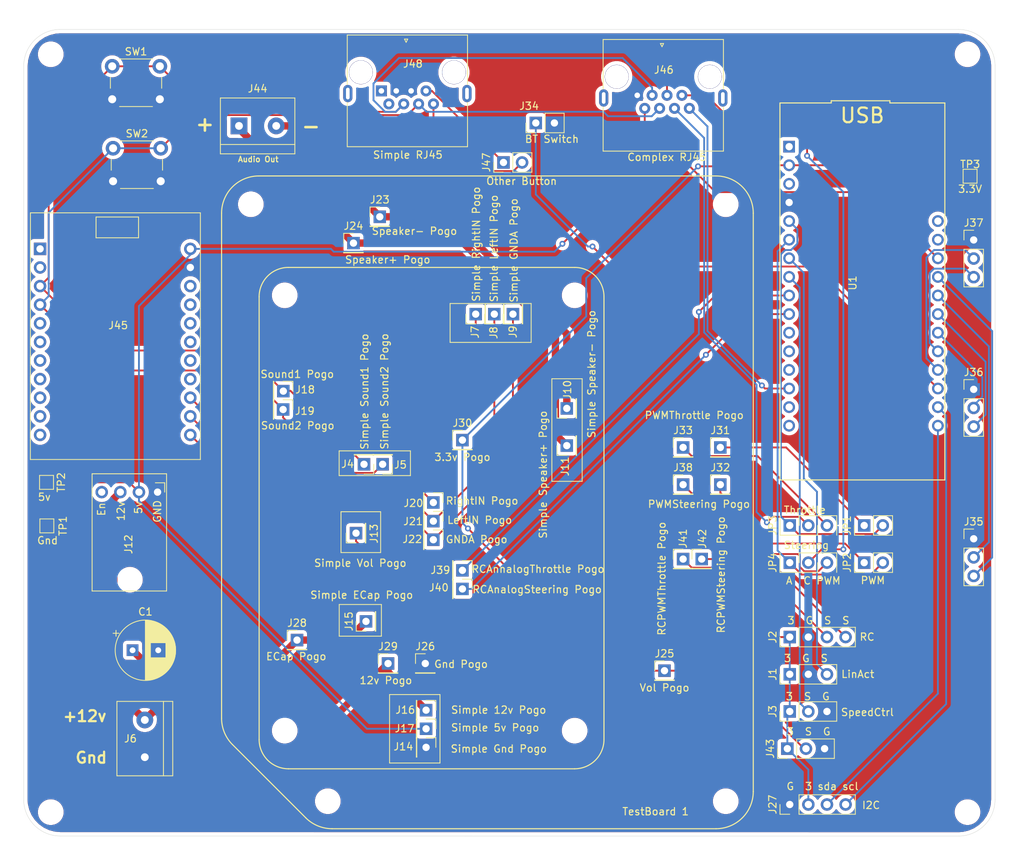
<source format=kicad_pcb>
(kicad_pcb (version 20171130) (host pcbnew "(5.1.6)-1")
  (layers (0 F.Cu signal) (31 B.Cu signal) (34 B.Paste user) (35 F.Paste user) (36 B.SilkS user) (37 F.SilkS user) (38 B.Mask user) (39 F.Mask user) (44 Edge.Cuts user))
  (net 0 "")
  (net 1 +5V)
  (net 2 GND)
  (net 3 +3V3)
  (net 4 "Net-(U1-Pad27)")
  (net 5 +12V)
  (net 6 LeftIN)
  (net 7 RightIN)
  (net 8 GNDA)
  (net 9 LinAct_Position)
  (net 10 SpeedCtrl)
  (net 11 I2C_SDA)
  (net 12 I2C_SCL)
  (net 13 Steering)
  (net 14 Throttle)
  (net 15 Sound2)
  (net 16 Sound1)
  (net 17 BT_Switch)
  (net 18 "Net-(U1-Pad13)")
  (net 19 "Net-(U1-Pad12)")
  (net 20 "Net-(U1-Pad11)")
  (net 21 "Net-(U1-Pad3)")
  (net 22 "Net-(U1-Pad1)")
  (net 23 "Net-(U1-Pad15)")
  (net 24 "Net-(U1-Pad28)")
  (net 25 RCPWMThrottle)
  (net 26 RCPWMSteering)
  (net 27 Left_DIR)
  (net 28 Left_PWM)
  (net 29 ActiveSW)
  (net 30 Right_DIR)
  (net 31 Right_PWM)
  (net 32 LinAct_PWM)
  (net 33 LinAct_DIR)
  (net 34 PWMThrottle)
  (net 35 PWMSteering)
  (net 36 RCAnalogSteering)
  (net 37 RCAnalogThrottle)
  (net 38 "Net-(U1-Pad16)")
  (net 39 ECap)
  (net 40 LTCSteering)
  (net 41 LTCThrottle)
  (net 42 VOL)
  (net 43 Speaker+)
  (net 44 Speaker-)
  (net 45 "Net-(J12-Pad4)")
  (net 46 "Net-(J45-Pad21)")
  (net 47 "Net-(J45-Pad19)")
  (net 48 "Net-(J45-Pad17)")
  (net 49 "Net-(J45-Pad16)")
  (net 50 "Net-(J45-Pad15)")
  (net 51 "Net-(J45-Pad14)")
  (net 52 "Net-(J45-Pad13)")
  (net 53 "Net-(J45-Pad12)")
  (net 54 "Net-(J45-Pad11)")
  (net 55 "Net-(J45-Pad10)")
  (net 56 "Net-(J45-Pad9)")
  (net 57 "Net-(J45-Pad8)")
  (net 58 "Net-(J45-Pad6)")
  (net 59 "Net-(J45-Pad3)")
  (net 60 "Net-(J45-Pad1)")
  (net 61 "Net-(J46-Pad6)")
  (net 62 "Net-(J46-Pad5)")
  (net 63 "Net-(J47-Pad1)")
  (net 64 "Net-(J47-Pad2)")
  (net 65 "Net-(J48-Pad1)")
  (net 66 "Net-(J48-Pad2)")
  (module Connector_PinHeader_2.54mm:PinHeader_1x01_P2.54mm_Vertical (layer F.Cu) (at 130.55 108.55 180)
    (fp_text reference J5 (at -2.43 -0.07 180) (layer F.SilkS))
    (fp_text value "Simple Sound2 Pogo" (at -0.26 9.95 270) (layer F.SilkS))
    (pad 1 thru_hole rect (at 0 0 180) (size 1.7 1.7) (drill 1) (layers *.Cu *.Mask) (net 15 Sound2))
  )
  (module Connector_PinHeader_2.54mm:PinHeader_1x01_P2.54mm_Vertical (layer F.Cu) (at 116.97 101.07 270)
    (fp_text reference J19 (at 0.21 -2.96 180) (layer F.SilkS))
    (fp_text value "Sound2 Pogo" (at 2.2 -1.99 180) (layer F.SilkS))
    (pad 1 thru_hole rect (at 0 0 270) (size 1.7 1.7) (drill 1) (layers *.Cu *.Mask) (net 15 Sound2))
  )
  (module Connector_PinHeader_2.54mm:PinHeader_1x01_P2.54mm_Vertical (layer F.Cu) (at 136.48 144.66 270)
    (fp_text reference J17 (at -0.04 2.94 180) (layer F.SilkS))
    (fp_text value "Simple 5v Pogo" (at -0.15 -9.42 180) (layer F.SilkS))
    (pad 1 thru_hole rect (at 0 0 270) (size 1.7 1.7) (drill 1) (layers *.Cu *.Mask) (net 1 +5V))
  )
  (module Connector_PinHeader_2.54mm:PinHeader_1x01_P2.54mm_Vertical (layer F.Cu) (at 126.57 78.35)
    (fp_text reference J24 (at 0 -2.33) (layer F.SilkS))
    (fp_text value "Speaker+ Pogo" (at 4.67 2.27) (layer F.SilkS))
    (pad 1 thru_hole rect (at 0 0) (size 1.7 1.7) (drill 1) (layers *.Cu *.Mask) (net 43 Speaker+))
  )
  (module Connector_PinHeader_2.54mm:PinHeader_1x01_P2.54mm_Vertical (layer F.Cu) (at 141.43794 125.56894 270)
    (fp_text reference J40 (at -0.17894 3.21794 180) (layer F.SilkS))
    (fp_text value "RCAnalogSteering Pogo" (at 0.07106 -10.19206 180) (layer F.SilkS))
    (pad 1 thru_hole rect (at 0 0 270) (size 1.7 1.7) (drill 1) (layers *.Cu *.Mask) (net 36 RCAnalogSteering))
  )
  (module Connector_PinHeader_2.54mm:PinHeader_1x01_P2.54mm_Vertical (layer F.Cu) (at 174.09 121.49)
    (fp_text reference J42 (at 0.09 -2.77 90) (layer F.SilkS))
    (fp_text value "RCPWMSteering Pogo" (at 2.64 2.15 90) (layer F.SilkS))
    (pad 1 thru_hole rect (at 0 0) (size 1.7 1.7) (drill 1) (layers *.Cu *.Mask) (net 26 RCPWMSteering))
  )
  (module Connector_PinHeader_2.54mm:PinHeader_1x01_P2.54mm_Vertical (layer F.Cu) (at 137.47 116.31 270)
    (fp_text reference J21 (at 0.04 2.76 180) (layer F.SilkS))
    (fp_text value "LeftIN Pogo" (at -0.14 -6.32 180) (layer F.SilkS))
    (pad 1 thru_hole rect (at 0 0 270) (size 1.7 1.7) (drill 1) (layers *.Cu *.Mask) (net 6 LeftIN))
  )
  (module Connector_PinHeader_2.54mm:PinHeader_1x01_P2.54mm_Vertical (layer F.Cu) (at 145.79 88.05 90)
    (fp_text reference J8 (at -2.54 -0.09 90) (layer F.SilkS))
    (fp_text value "Simple LeftIN Pogo" (at 8.96 -0.04 90) (layer F.SilkS))
    (pad 1 thru_hole rect (at 0 0 90) (size 1.7 1.7) (drill 1) (layers *.Cu *.Mask) (net 6 LeftIN))
  )
  (module MountingHole:MountingHole_2.5mm (layer F.Cu) (at 85.27 52.57)
    (fp_text reference REF** hide)
    (fp_text value MountingHole_2.5mm)
    (pad 1 np_thru_hole circle (at 0 0) (size 2.5 2.5) (drill 2.5) (layers *.Cu *.Mask))
  )
  (module MountingHole:MountingHole_2.5mm (layer F.Cu) (at 210.36 52.57)
    (fp_text reference REF** hide)
    (fp_text value MountingHole_2.5mm)
    (pad 1 np_thru_hole circle (at 0 0) (size 2.5 2.5) (drill 2.5) (layers *.Cu *.Mask))
  )
  (module MountingHole:MountingHole_2.5mm (layer F.Cu) (at 210.36 156.04)
    (fp_text reference REF** hide)
    (fp_text value MountingHole_2.5mm)
    (pad 1 np_thru_hole circle (at 0 0) (size 2.5 2.5) (drill 2.5) (layers *.Cu *.Mask))
  )
  (module MountingHole:MountingHole_2.5mm (layer F.Cu) (at 85.27 156.04)
    (fp_text reference REF** hide)
    (fp_text value MountingHole_2.5mm)
    (pad 1 np_thru_hole circle (at 0 0) (size 2.5 2.5) (drill 2.5) (layers *.Cu *.Mask))
  )
  (module Connector_PinHeader_2.54mm:PinHeader_1x01_P2.54mm_Vertical (layer F.Cu) (at 137.47 113.77 270)
    (fp_text reference J20 (at 0.09 2.72 180) (layer F.SilkS))
    (fp_text value "RightIN Pogo" (at -0.23 -6.65 180) (layer F.SilkS))
    (pad 1 thru_hole rect (at 0 0 270) (size 1.7 1.7) (drill 1) (layers *.Cu *.Mask) (net 7 RightIN))
  )
  (module Connector_PinHeader_2.54mm:PinHeader_1x01_P2.54mm_Vertical (layer F.Cu) (at 171.55 121.49)
    (fp_text reference J41 (at -0.01 -2.8 90) (layer F.SilkS))
    (fp_text value "RCPWMThrottle Pogo" (at -2.91 2.68 90) (layer F.SilkS))
    (pad 1 thru_hole rect (at 0 0) (size 1.7 1.7) (drill 1) (layers *.Cu *.Mask) (net 25 RCPWMThrottle))
  )
  (module Connector_PinHeader_2.54mm:PinHeader_1x01_P2.54mm_Vertical (layer F.Cu) (at 141.43794 123.02894 270)
    (fp_text reference J39 (at -0.02894 3.00794 180) (layer F.SilkS))
    (fp_text value "RCAnnalogThrottle Pogo" (at -0.16894 -10.31206 180) (layer F.SilkS))
    (pad 1 thru_hole rect (at 0 0 270) (size 1.7 1.7) (drill 1) (layers *.Cu *.Mask) (net 37 RCAnalogThrottle))
  )
  (module Connector_PinHeader_2.54mm:PinHeader_1x01_P2.54mm_Vertical (layer F.Cu) (at 171.55 111.33)
    (fp_text reference J38 (at 0 -2.33) (layer F.SilkS))
    (fp_text value "PWMSteering Pogo" (at 2.16 2.66) (layer F.SilkS))
    (pad 1 thru_hole rect (at 0 0) (size 1.7 1.7) (drill 1) (layers *.Cu *.Mask) (net 35 PWMSteering))
  )
  (module Connector_PinHeader_2.54mm:PinHeader_1x01_P2.54mm_Vertical (layer F.Cu) (at 171.55 106.25)
    (fp_text reference J33 (at 0 -2.33) (layer F.SilkS))
    (fp_text value "PWMThrottle Pogo" (at 1.52 -4.39) (layer F.SilkS))
    (pad 1 thru_hole rect (at 0 0) (size 1.7 1.7) (drill 1) (layers *.Cu *.Mask) (net 34 PWMThrottle))
  )
  (module Connector_PinHeader_2.54mm:PinHeader_1x01_P2.54mm_Vertical (layer F.Cu) (at 176.63 111.33)
    (fp_text reference J32 (at 0 -2.33) (layer F.SilkS))
    (fp_text value "LTCSteering Pogo")
    (pad 1 thru_hole rect (at 0 0) (size 1.7 1.7) (drill 1) (layers *.Cu *.Mask) (net 40 LTCSteering))
  )
  (module Connector_PinHeader_2.54mm:PinHeader_1x01_P2.54mm_Vertical (layer F.Cu) (at 176.63 106.25)
    (fp_text reference J31 (at 0 -2.33) (layer F.SilkS))
    (fp_text value "LTCThrottle Pogo")
    (pad 1 thru_hole rect (at 0 0) (size 1.7 1.7) (drill 1) (layers *.Cu *.Mask) (net 41 LTCThrottle))
  )
  (module Connector_PinHeader_2.54mm:PinHeader_1x01_P2.54mm_Vertical (layer F.Cu) (at 141.43794 105.24894)
    (fp_text reference J30 (at 0 -2.33) (layer F.SilkS))
    (fp_text value "3.3v Pogo" (at 0 2.33) (layer F.SilkS))
    (pad 1 thru_hole rect (at 0 0) (size 1.7 1.7) (drill 1) (layers *.Cu *.Mask) (net 3 +3V3))
  )
  (module Connector_PinHeader_2.54mm:PinHeader_1x01_P2.54mm_Vertical (layer F.Cu) (at 131.29 135.75)
    (fp_text reference J29 (at 0 -2.33) (layer F.SilkS))
    (fp_text value "12v Pogo" (at -0.3 2.31) (layer F.SilkS))
    (pad 1 thru_hole rect (at 0 0) (size 1.7 1.7) (drill 1) (layers *.Cu *.Mask) (net 5 +12V))
  )
  (module Connector_PinHeader_2.54mm:PinHeader_1x01_P2.54mm_Vertical (layer F.Cu) (at 118.87 132.55)
    (fp_text reference J28 (at 0 -2.33) (layer F.SilkS))
    (fp_text value "ECap Pogo" (at -0.11 2.24) (layer F.SilkS))
    (pad 1 thru_hole rect (at 0 0) (size 1.7 1.7) (drill 1) (layers *.Cu *.Mask) (net 39 ECap))
  )
  (module Connector_PinHeader_2.54mm:PinHeader_1x01_P2.54mm_Vertical (layer F.Cu) (at 136.37 135.75)
    (fp_text reference J26 (at 0 -2.33) (layer F.SilkS))
    (fp_text value "Gnd Pogo" (at 4.88 0.09) (layer F.SilkS))
    (pad 1 thru_hole rect (at 0 0) (size 1.7 1.7) (drill 1) (layers *.Cu *.Mask) (net 2 GND))
  )
  (module Connector_PinHeader_2.54mm:PinHeader_1x01_P2.54mm_Vertical (layer F.Cu) (at 169.01 136.73)
    (fp_text reference J25 (at 0 -2.33) (layer F.SilkS))
    (fp_text value "Vol Pogo" (at 0 2.33) (layer F.SilkS))
    (pad 1 thru_hole rect (at 0 0) (size 1.7 1.7) (drill 1) (layers *.Cu *.Mask) (net 42 VOL))
  )
  (module Connector_PinHeader_2.54mm:PinHeader_1x01_P2.54mm_Vertical (layer F.Cu) (at 130.162102 74.757898)
    (fp_text reference J23 (at 0 -2.33) (layer F.SilkS))
    (fp_text value "Speaker- Pogo" (at 4.727898 1.952102) (layer F.SilkS))
    (pad 1 thru_hole rect (at 0 0) (size 1.7 1.7) (drill 1) (layers *.Cu *.Mask) (net 44 Speaker-))
  )
  (module Connector_PinHeader_2.54mm:PinHeader_1x01_P2.54mm_Vertical (layer F.Cu) (at 137.47 118.85 270)
    (fp_text reference J22 (at -0.07 2.87 180) (layer F.SilkS))
    (fp_text value "GNDA Pogo" (at -0.04 -5.91 180) (layer F.SilkS))
    (pad 1 thru_hole rect (at 0 0 270) (size 1.7 1.7) (drill 1) (layers *.Cu *.Mask) (net 8 GNDA))
  )
  (module Connector_PinHeader_2.54mm:PinHeader_1x01_P2.54mm_Vertical (layer F.Cu) (at 116.97 98.56 270)
    (fp_text reference J18 (at -0.2 -3 180) (layer F.SilkS))
    (fp_text value "Sound1 Pogo" (at -2.31 -1.93 180) (layer F.SilkS))
    (pad 1 thru_hole rect (at 0 -0.03 270) (size 1.7 1.7) (drill 1) (layers *.Cu *.Mask) (net 16 Sound1))
  )
  (module Connector_PinHeader_2.54mm:PinHeader_1x01_P2.54mm_Vertical (layer F.Cu) (at 136.48 142.12 270)
    (fp_text reference J16 (at -0.03 2.84 180) (layer F.SilkS))
    (fp_text value "Simple 12v Pogo" (at -0.03 -9.9 180) (layer F.SilkS))
    (pad 1 thru_hole rect (at 0 0 270) (size 1.7 1.7) (drill 1) (layers *.Cu *.Mask) (net 5 +12V))
  )
  (module Connector_PinHeader_2.54mm:PinHeader_1x01_P2.54mm_Vertical (layer F.Cu) (at 128.28 130 90)
    (fp_text reference J15 (at 0 -2.33 90) (layer F.SilkS))
    (fp_text value "Simple ECap Pogo" (at 3.6 -0.59 180) (layer F.SilkS))
    (pad 1 thru_hole rect (at 0 0 90) (size 1.7 1.7) (drill 1) (layers *.Cu *.Mask) (net 39 ECap))
  )
  (module Connector_PinHeader_2.54mm:PinHeader_1x01_P2.54mm_Vertical (layer F.Cu) (at 136.48 147.2 270)
    (fp_text reference J14 (at -0.1 3.1 180) (layer F.SilkS))
    (fp_text value "Simple Gnd Pogo" (at 0.2 -9.92 180) (layer F.SilkS))
    (pad 1 thru_hole rect (at 0 0 270) (size 1.7 1.7) (drill 1) (layers *.Cu *.Mask) (net 2 GND))
  )
  (module Connector_PinHeader_2.54mm:PinHeader_1x01_P2.54mm_Vertical (layer F.Cu) (at 126.92 117.95 90)
    (fp_text reference J13 (at -0.07 2.45 90) (layer F.SilkS))
    (fp_text value "Simple Vol Pogo" (at -4.09 0.58 180) (layer F.SilkS))
    (pad 1 thru_hole rect (at 0 0 90) (size 1.7 1.7) (drill 1) (layers *.Cu *.Mask) (net 42 VOL))
  )
  (module Connector_PinHeader_2.54mm:PinHeader_1x01_P2.54mm_Vertical (layer F.Cu) (at 155.68 106 90)
    (fp_text reference J11 (at -2.84 -0.24 90) (layer F.SilkS))
    (fp_text value "Simple Speaker+ Pogo" (at -3.97 -3.23 90) (layer F.SilkS))
    (pad 1 thru_hole rect (at 0 0 90) (size 1.7 1.7) (drill 1) (layers *.Cu *.Mask) (net 43 Speaker+))
  )
  (module Connector_PinHeader_2.54mm:PinHeader_1x01_P2.54mm_Vertical (layer F.Cu) (at 155.68 100.92 90)
    (fp_text reference J10 (at 2.52 0.08 90) (layer F.SilkS))
    (fp_text value "Simple Speaker- Pogo" (at 4.68 3.39 270) (layer F.SilkS))
    (pad 1 thru_hole rect (at 0 0 90) (size 1.7 1.7) (drill 1) (layers *.Cu *.Mask) (net 44 Speaker-))
  )
  (module Connector_PinHeader_2.54mm:PinHeader_1x01_P2.54mm_Vertical (layer F.Cu) (at 148.33 88.05 90)
    (fp_text reference J9 (at -2.42 0 90) (layer F.SilkS))
    (fp_text value "Simple GNDA Pogo" (at 8.7 0.13 90) (layer F.SilkS))
    (pad 1 thru_hole rect (at 0 0 90) (size 1.7 1.7) (drill 1) (layers *.Cu *.Mask) (net 8 GNDA))
  )
  (module Connector_PinHeader_2.54mm:PinHeader_1x01_P2.54mm_Vertical (layer F.Cu) (at 143.25 88.05 90)
    (fp_text reference J7 (at -2.46 -0.09 90) (layer F.SilkS))
    (fp_text value "Simple RightIN Pogo" (at 9.55 0.08 90) (layer F.SilkS))
    (pad 1 thru_hole rect (at 0 0 90) (size 1.7 1.7) (drill 1) (layers *.Cu *.Mask) (net 7 RightIN))
  )
  (module Connector_PinHeader_2.54mm:PinHeader_1x01_P2.54mm_Vertical (layer F.Cu) (at 128.01 108.55 180)
    (fp_text reference J4 (at 2.24 0.03) (layer F.SilkS))
    (fp_text value "Simple Sound1 Pogo" (at -0.08 9.93 90) (layer F.SilkS))
    (pad 1 thru_hole rect (at 0 0 180) (size 1.7 1.7) (drill 1) (layers *.Cu *.Mask) (net 16 Sound1))
  )
  (module MountingHole:MountingHole_2.5mm (layer F.Cu) (at 123.07 154.55)
    (fp_text reference REF** hide)
    (fp_text value MountingHole_2.5mm)
    (pad 1 np_thru_hole circle (at 0 0) (size 2.5 2.5) (drill 2.5) (layers *.Cu *.Mask))
  )
  (module MountingHole:MountingHole_2.5mm (layer F.Cu) (at 112.57 73.05)
    (fp_text reference REF** hide)
    (fp_text value MountingHole_2.5mm)
    (pad 1 np_thru_hole circle (at 0 0) (size 2.5 2.5) (drill 2.5) (layers *.Cu *.Mask))
  )
  (module MountingHole:MountingHole_2.5mm (layer F.Cu) (at 177.37 154.55)
    (fp_text reference REF** hide)
    (fp_text value MountingHole_2.5mm)
    (pad 1 np_thru_hole circle (at 0 0) (size 2.5 2.5) (drill 2.5) (layers *.Cu *.Mask))
  )
  (module MountingHole:MountingHole_2.5mm (layer F.Cu) (at 177.37 73.05)
    (fp_text reference REF** hide)
    (fp_text value MountingHole_2.5mm)
    (pad 1 np_thru_hole circle (at 0 0) (size 2.5 2.5) (drill 2.5) (layers *.Cu *.Mask))
  )
  (module MountingHole:MountingHole_2.5mm (layer F.Cu) (at 117.192 85.48 90)
    (fp_text reference REF)
    (fp_text value MountingHole_2.5mm)
    (pad 1 np_thru_hole circle (at 0 0 90) (size 2.5 2.5) (drill 2.5) (layers *.Cu *.Mask))
  )
  (module MountingHole:MountingHole_2.5mm (layer F.Cu) (at 156.7525 144.916 90)
    (fp_text reference REF)
    (fp_text value MountingHole_2.5mm)
    (pad 1 np_thru_hole circle (at 0 0 90) (size 2.5 2.5) (drill 2.5) (layers *.Cu *.Mask))
  )
  (module MountingHole:MountingHole_2.5mm (layer F.Cu) (at 156.7525 85.48 90)
    (fp_text reference REF)
    (fp_text value MountingHole_2.5mm)
    (pad 1 np_thru_hole circle (at 0 0 90) (size 2.5 2.5) (drill 2.5) (layers *.Cu *.Mask))
  )
  (module MountingHole:MountingHole_2.5mm (layer F.Cu) (at 117.192 144.916 90)
    (fp_text reference REF)
    (fp_text value MountingHole_2.5mm)
    (pad 1 np_thru_hole circle (at 0 0 90) (size 2.5 2.5) (drill 2.5) (layers *.Cu *.Mask))
  )
  (module "Useful Modifications:TerminalBlock_bornier-2_P5.08mm" (layer F.Cu) (at 110.95 62.35)
    (fp_text reference J44 (at 2.54 -5.08) (layer F.SilkS))
    (fp_text value "Left Speaker")
    (pad 2 thru_hole circle (at 5.08 0) (size 2.286 2.286) (drill 1.0668) (layers *.Cu *.Mask) (net 44 Speaker-))
    (pad 1 thru_hole rect (at 0 0) (size 2.286 2.286) (drill 1.0668) (layers *.Cu *.Mask) (net 43 Speaker+))
  )
  (module Connector_PinHeader_2.54mm:PinHeader_1x03_P2.54mm_Vertical (layer F.Cu) (at 185.775 147.375 90)
    (fp_text reference J43 (at 0 -2.33 90) (layer F.SilkS))
    (fp_text value Volume)
    (pad 3 thru_hole oval (at 0 5.08 90) (size 1.7 1.7) (drill 1) (layers *.Cu *.Mask) (net 2 GND))
    (pad 2 thru_hole oval (at 0 2.54 90) (size 1.7 1.7) (drill 1) (layers *.Cu *.Mask) (net 42 VOL))
    (pad 1 thru_hole rect (at 0 0 90) (size 1.7 1.7) (drill 1) (layers *.Cu *.Mask) (net 3 +3V3))
  )
  (module Capacitor_THT:CP_Radial_D8.0mm_P3.50mm (layer F.Cu) (at 96.43 133.94)
    (fp_text reference C1 (at 1.75 -5.25) (layer F.SilkS))
    (fp_text value 470µF)
    (pad 2 thru_hole circle (at 3.5 0) (size 1.6 1.6) (drill 0.8) (layers *.Cu *.Mask) (net 2 GND))
    (pad 1 thru_hole rect (at 0 0) (size 1.6 1.6) (drill 0.8) (layers *.Cu *.Mask) (net 39 ECap))
  )
  (module "Useful Modifications:Feather_nRF52840" (layer F.Cu) (at 196.15 83.825 270)
    (fp_text reference U1 (at -0.03302 1.45542 90) (layer F.SilkS))
    (fp_text value Feather_nRF52840)
    (pad 14 thru_hole circle (at 14.37894 10.13206 270) (size 1.6 1.6) (drill 1) (layers *.Cu *.Mask) (net 29 ActiveSW))
    (pad 13 thru_hole circle (at 11.83894 10.13206 270) (size 1.6 1.6) (drill 1) (layers *.Cu *.Mask) (net 18 "Net-(U1-Pad13)"))
    (pad 12 thru_hole circle (at 9.29894 10.13206 270) (size 1.6 1.6) (drill 1) (layers *.Cu *.Mask) (net 19 "Net-(U1-Pad12)"))
    (pad 11 thru_hole circle (at 6.75894 10.13206 270) (size 1.6 1.6) (drill 1) (layers *.Cu *.Mask) (net 20 "Net-(U1-Pad11)"))
    (pad 10 thru_hole circle (at 4.21894 10.13206 270) (size 1.6 1.6) (drill 1) (layers *.Cu *.Mask) (net 36 RCAnalogSteering))
    (pad 9 thru_hole circle (at 1.67894 10.13206 270) (size 1.6 1.6) (drill 1) (layers *.Cu *.Mask) (net 37 RCAnalogThrottle))
    (pad 8 thru_hole circle (at -0.86106 10.13206 270) (size 1.6 1.6) (drill 1) (layers *.Cu *.Mask) (net 10 SpeedCtrl))
    (pad 7 thru_hole circle (at -3.40106 10.13206 270) (size 1.6 1.6) (drill 1) (layers *.Cu *.Mask) (net 9 LinAct_Position))
    (pad 6 thru_hole circle (at -5.94106 10.13206 270) (size 1.6 1.6) (drill 1) (layers *.Cu *.Mask) (net 13 Steering))
    (pad 5 thru_hole circle (at -8.48106 10.13206 270) (size 1.6 1.6) (drill 1) (layers *.Cu *.Mask) (net 14 Throttle))
    (pad 4 thru_hole circle (at -11.02106 10.13206 270) (size 1.6 1.6) (drill 1) (layers *.Cu *.Mask) (net 2 GND))
    (pad 3 thru_hole circle (at -13.56106 10.13206 270) (size 1.6 1.6) (drill 1) (layers *.Cu *.Mask) (net 21 "Net-(U1-Pad3)"))
    (pad 2 thru_hole circle (at -16.10106 10.13206 270) (size 1.6 1.6) (drill 1) (layers *.Cu *.Mask) (net 3 +3V3))
    (pad 1 thru_hole rect (at -18.64106 10.13206 270) (size 1.6 1.6) (drill 1) (layers *.Cu *.Mask) (net 22 "Net-(U1-Pad1)"))
    (pad 17 thru_hole circle (at 19.45894 -10.16794 270) (size 1.6 1.6) (drill 1) (layers *.Cu *.Mask) (net 11 I2C_SDA))
    (pad 18 thru_hole circle (at 16.91894 -10.16794 270) (size 1.6 1.6) (drill 1) (layers *.Cu *.Mask) (net 12 I2C_SCL))
    (pad 19 thru_hole circle (at 14.37894 -10.16794 270) (size 1.6 1.6) (drill 1) (layers *.Cu *.Mask) (net 17 BT_Switch))
    (pad 20 thru_hole circle (at 11.83894 -10.16794 270) (size 1.6 1.6) (drill 1) (layers *.Cu *.Mask) (net 33 LinAct_DIR))
    (pad 21 thru_hole circle (at 9.29894 -10.16794 270) (size 1.6 1.6) (drill 1) (layers *.Cu *.Mask) (net 32 LinAct_PWM))
    (pad 22 thru_hole circle (at 6.75894 -10.16794 270) (size 1.6 1.6) (drill 1) (layers *.Cu *.Mask) (net 30 Right_DIR))
    (pad 23 thru_hole circle (at 4.21894 -10.16794 270) (size 1.6 1.6) (drill 1) (layers *.Cu *.Mask) (net 31 Right_PWM))
    (pad 24 thru_hole circle (at 1.67894 -10.16794 270) (size 1.6 1.6) (drill 1) (layers *.Cu *.Mask) (net 27 Left_DIR))
    (pad 25 thru_hole circle (at -0.86106 -10.16794 270) (size 1.6 1.6) (drill 1) (layers *.Cu *.Mask) (net 28 Left_PWM))
    (pad 26 thru_hole circle (at -3.40106 -10.16794 270) (size 1.6 1.6) (drill 1) (layers *.Cu *.Mask) (net 1 +5V))
    (pad 27 thru_hole circle (at -5.94106 -10.16794 270) (size 1.6 1.6) (drill 1) (layers *.Cu *.Mask) (net 4 "Net-(U1-Pad27)"))
    (pad 28 thru_hole circle (at -8.48106 -10.16794 270) (size 1.6 1.6) (drill 1) (layers *.Cu *.Mask) (net 24 "Net-(U1-Pad28)"))
    (pad 15 thru_hole circle (at 16.91894 10.13206 270) (size 1.6 1.6) (drill 1) (layers *.Cu *.Mask) (net 23 "Net-(U1-Pad15)"))
    (pad 16 thru_hole circle (at 19.45894 10.13206 270) (size 1.6 1.6) (drill 1) (layers *.Cu *.Mask) (net 38 "Net-(U1-Pad16)"))
  )
  (module "Useful Modifications:AdaFruit_MPM3610" (layer F.Cu) (at 99.84 112.35 270)
    (fp_text reference J12 (at 7.1247 3.9624 270) (layer F.SilkS))
    (fp_text value "Power Input")
    (fp_text user En (at 2.3368 7.6581 90) (layer F.SilkS))
    (fp_text user 12v (at 2.59334 4.99364 90) (layer F.SilkS))
    (fp_text user 5v (at 2.1209 2.60604 90) (layer F.SilkS))
    (fp_text user GND (at 2.63398 0.02286 90) (layer F.SilkS))
    (pad "" np_thru_hole oval (at 11.959 3.7719 15) (size 2.5 2.5) (drill oval 2.5) (layers *.Cu *.Mask))
    (pad 1 thru_hole rect (at 0 0 270) (size 1.7 1.7) (drill 1) (layers *.Cu *.Mask) (net 2 GND))
    (pad 2 thru_hole oval (at 0 2.54 270) (size 1.7 1.7) (drill 1) (layers *.Cu *.Mask) (net 1 +5V))
    (pad 3 thru_hole oval (at 0 5.08 270) (size 1.7 1.7) (drill 1) (layers *.Cu *.Mask) (net 5 +12V))
    (pad 4 thru_hole oval (at 0 7.62 270) (size 1.7 1.7) (drill 1) (layers *.Cu *.Mask) (net 45 "Net-(J12-Pad4)"))
  )
  (module Connector_PinHeader_2.54mm:PinHeader_1x03_P2.54mm_Vertical (layer F.Cu) (at 186.1 116.9 90)
    (fp_text reference JP3 (at 0 -2.33 90) (layer F.SilkS))
    (fp_text value "Throttle Jumper")
    (pad 3 thru_hole oval (at 0 5.08 90) (size 1.7 1.7) (drill 1) (layers *.Cu *.Mask) (net 34 PWMThrottle))
    (pad 2 thru_hole oval (at 0 2.54 90) (size 1.7 1.7) (drill 1) (layers *.Cu *.Mask) (net 61 "Net-(J46-Pad6)"))
    (pad 1 thru_hole rect (at 0 0 90) (size 1.7 1.7) (drill 1) (layers *.Cu *.Mask) (net 14 Throttle))
  )
  (module Connector_PinHeader_2.54mm:PinHeader_1x03_P2.54mm_Vertical (layer F.Cu) (at 186.1 121.98 90)
    (fp_text reference JP4 (at 0 -2.33 90) (layer F.SilkS))
    (fp_text value "Steering Jumper")
    (pad 1 thru_hole rect (at 0 0 90) (size 1.7 1.7) (drill 1) (layers *.Cu *.Mask) (net 13 Steering))
    (pad 2 thru_hole oval (at 0 2.54 90) (size 1.7 1.7) (drill 1) (layers *.Cu *.Mask) (net 62 "Net-(J46-Pad5)"))
    (pad 3 thru_hole oval (at 0 5.08 90) (size 1.7 1.7) (drill 1) (layers *.Cu *.Mask) (net 35 PWMSteering))
  )
  (module "Useful Modifications:RJ45_x08_Tab_Up" (layer F.Cu) (at 169.075 54.575 180)
    (fp_text reference J46 (at 0.1524 -0.13208) (layer F.SilkS))
    (fp_text value "Complex RJ45" (at -0.265 -12.045) (layer F.SilkS))
    (pad "" np_thru_hole circle (at -6.11832 -1.05918) (size 3.25 3.25) (drill 3.2) (layers *.Cu *.Mask))
    (pad "" np_thru_hole circle (at 6.58168 -1.05918) (size 3.25 3.25) (drill 3.200001) (layers *.Cu *.Mask))
    (pad 8 thru_hole circle (at -3.32902 -5.37918 180) (size 1.5 1.5) (drill 0.76) (layers *.Cu *.Mask) (net 29 ActiveSW))
    (pad 7 thru_hole circle (at -2.30902 -3.59918 180) (size 1.5 1.5) (drill 0.76) (layers *.Cu *.Mask) (net 3 +3V3))
    (pad 6 thru_hole circle (at -1.29902 -5.37918 180) (size 1.5 1.5) (drill 0.76) (layers *.Cu *.Mask) (net 61 "Net-(J46-Pad6)"))
    (pad 5 thru_hole circle (at -0.27902 -3.59918 180) (size 1.5 1.5) (drill 0.76) (layers *.Cu *.Mask) (net 62 "Net-(J46-Pad5)"))
    (pad 4 thru_hole circle (at 0.73098 -5.37918 180) (size 1.5 1.5) (drill 0.76) (layers *.Cu *.Mask) (net 15 Sound2))
    (pad 3 thru_hole circle (at 1.75098 -3.59918 180) (size 1.5 1.5) (drill 0.76) (layers *.Cu *.Mask) (net 16 Sound1))
    (pad 2 thru_hole circle (at 2.76098 -5.37918 180) (size 1.5 1.5) (drill 0.76) (layers *.Cu *.Mask) (net 1 +5V))
    (pad 1 thru_hole rect (at 3.78098 -3.59918 180) (size 1.5 1.5) (drill 0.76) (layers *.Cu *.Mask) (net 2 GND))
    (pad 9 thru_hole oval (at -7.89832 -3.96113) (size 1.259 2.362) (drill oval 0.5 1.6) (layers *.Cu *.Mask))
    (pad 10 thru_hole oval (at 8.36168 -3.96113) (size 1.259 2.362) (drill oval 0.5 1.6) (layers *.Cu *.Mask))
  )
  (module "Useful Modifications:FXSound_2x11_P2.54mm_Short" (layer F.Cu) (at 83.81 79.14)
    (fp_text reference J45 (at 10.6553 10.4521) (layer F.SilkS))
    (fp_text value 22Pin_FXSound)
    (pad 1 thru_hole rect (at 0 0) (size 1.7 1.7) (drill 1) (layers *.Cu *.Mask) (net 60 "Net-(J45-Pad1)"))
    (pad 2 thru_hole oval (at 20.5 0) (size 1.7 1.7) (drill 1) (layers *.Cu *.Mask) (net 1 +5V))
    (pad 3 thru_hole oval (at 0 2.54) (size 1.7 1.7) (drill 1) (layers *.Cu *.Mask) (net 59 "Net-(J45-Pad3)"))
    (pad 4 thru_hole oval (at 20.5 2.54) (size 1.7 1.7) (drill 1) (layers *.Cu *.Mask) (net 2 GND))
    (pad 5 thru_hole oval (at 0 5.08) (size 1.7 1.7) (drill 1) (layers *.Cu *.Mask) (net 16 Sound1))
    (pad 6 thru_hole oval (at 20.5 5.08) (size 1.7 1.7) (drill 1) (layers *.Cu *.Mask) (net 58 "Net-(J45-Pad6)"))
    (pad 7 thru_hole oval (at 0 7.62) (size 1.7 1.7) (drill 1) (layers *.Cu *.Mask) (net 15 Sound2))
    (pad 8 thru_hole oval (at 20.5 7.62) (size 1.7 1.7) (drill 1) (layers *.Cu *.Mask) (net 57 "Net-(J45-Pad8)"))
    (pad 9 thru_hole oval (at 0 10.16) (size 1.7 1.7) (drill 1) (layers *.Cu *.Mask) (net 56 "Net-(J45-Pad9)"))
    (pad 10 thru_hole oval (at 20.5 10.16) (size 1.7 1.7) (drill 1) (layers *.Cu *.Mask) (net 55 "Net-(J45-Pad10)"))
    (pad 11 thru_hole oval (at 0 12.7) (size 1.7 1.7) (drill 1) (layers *.Cu *.Mask) (net 54 "Net-(J45-Pad11)"))
    (pad 12 thru_hole oval (at 20.5 12.7) (size 1.7 1.7) (drill 1) (layers *.Cu *.Mask) (net 53 "Net-(J45-Pad12)"))
    (pad 13 thru_hole oval (at 0 15.24) (size 1.7 1.7) (drill 1) (layers *.Cu *.Mask) (net 52 "Net-(J45-Pad13)"))
    (pad 14 thru_hole oval (at 20.5 15.24) (size 1.7 1.7) (drill 1) (layers *.Cu *.Mask) (net 51 "Net-(J45-Pad14)"))
    (pad 15 thru_hole oval (at 0 17.78) (size 1.7 1.7) (drill 1) (layers *.Cu *.Mask) (net 50 "Net-(J45-Pad15)"))
    (pad 16 thru_hole oval (at 20.5 17.78) (size 1.7 1.7) (drill 1) (layers *.Cu *.Mask) (net 49 "Net-(J45-Pad16)"))
    (pad 17 thru_hole oval (at 0 20.32) (size 1.7 1.7) (drill 1) (layers *.Cu *.Mask) (net 48 "Net-(J45-Pad17)"))
    (pad 18 thru_hole oval (at 20.5 20.32) (size 1.7 1.7) (drill 1) (layers *.Cu *.Mask) (net 7 RightIN))
    (pad 19 thru_hole oval (at 0 22.86) (size 1.7 1.7) (drill 1) (layers *.Cu *.Mask) (net 47 "Net-(J45-Pad19)"))
    (pad 20 thru_hole oval (at 20.5 22.86) (size 1.7 1.7) (drill 1) (layers *.Cu *.Mask) (net 6 LeftIN))
    (pad 21 thru_hole oval (at 0 25.4) (size 1.7 1.7) (drill 1) (layers *.Cu *.Mask) (net 46 "Net-(J45-Pad21)"))
    (pad 22 thru_hole oval (at 20.5 25.4) (size 1.7 1.7) (drill 1) (layers *.Cu *.Mask) (net 8 GNDA))
  )
  (module Connector_PinHeader_2.54mm:PinHeader_1x04_P2.54mm_Vertical (layer F.Cu) (at 186.1 155 90)
    (fp_text reference J27 (at 0 -2.33 90) (layer F.SilkS))
    (fp_text value I2C (at -0.1 11.1 180) (layer F.SilkS))
    (pad 4 thru_hole oval (at 0 7.62 90) (size 1.7 1.7) (drill 1) (layers *.Cu *.Mask) (net 12 I2C_SCL))
    (pad 3 thru_hole oval (at 0 5.08 90) (size 1.7 1.7) (drill 1) (layers *.Cu *.Mask) (net 11 I2C_SDA))
    (pad 2 thru_hole oval (at 0 2.54 90) (size 1.7 1.7) (drill 1) (layers *.Cu *.Mask) (net 3 +3V3))
    (pad 1 thru_hole rect (at 0 0 90) (size 1.7 1.7) (drill 1) (layers *.Cu *.Mask) (net 2 GND))
  )
  (module Connector_PinHeader_2.54mm:PinHeader_1x02_P2.54mm_Vertical (layer F.Cu) (at 151.45 61.95 90)
    (fp_text reference J34 (at 2.3114 -0.9144 180) (layer F.SilkS))
    (fp_text value "BT Switch" (at -2.2 2.2 180) (layer F.SilkS))
    (pad 1 thru_hole rect (at 0 0 90) (size 1.7 1.7) (drill 1) (layers *.Cu *.Mask) (net 17 BT_Switch))
    (pad 2 thru_hole oval (at 0 2.54 90) (size 1.7 1.7) (drill 1) (layers *.Cu *.Mask) (net 2 GND))
  )
  (module "Useful Modifications:TerminalBlock_bornier-2_P5.08mm" (layer F.Cu) (at 98.1 148.54 90)
    (fp_text reference J6 (at 2.5273 -1.9558 180) (layer F.SilkS))
    (fp_text value "Main Power")
    (pad 1 thru_hole rect (at 0 0 90) (size 2.286 2.286) (drill 1.0668) (layers *.Cu *.Mask) (net 2 GND))
    (pad 2 thru_hole circle (at 5.08 0 90) (size 2.286 2.286) (drill 1.0668) (layers *.Cu *.Mask) (net 5 +12V))
  )
  (module TestPoint:TestPoint_Pad_1.5x1.5mm (layer F.Cu) (at 84.73 116.96 90)
    (fp_text reference TP1 (at 0 2.2 90) (layer F.SilkS))
    (fp_text value Gnd (at -2 0.1) (layer F.SilkS))
    (pad 1 smd rect (at 0 0 90) (size 1.5 1.5) (layers F.Cu F.Mask) (net 2 GND))
  )
  (module Connector_PinHeader_2.54mm:PinHeader_1x04_P2.54mm_Vertical (layer F.Cu) (at 186.1 132.14 90)
    (fp_text reference J2 (at 0 -2.33 90) (layer F.SilkS))
    (fp_text value RC (at 0.015 10.557 180) (layer F.SilkS))
    (pad 1 thru_hole rect (at 0 0 90) (size 1.7 1.7) (drill 1) (layers *.Cu *.Mask) (net 3 +3V3))
    (pad 2 thru_hole oval (at 0 2.54 90) (size 1.7 1.7) (drill 1) (layers *.Cu *.Mask) (net 2 GND))
    (pad 3 thru_hole oval (at 0 5.08 90) (size 1.7 1.7) (drill 1) (layers *.Cu *.Mask) (net 25 RCPWMThrottle))
    (pad 4 thru_hole oval (at 0 7.62 90) (size 1.7 1.7) (drill 1) (layers *.Cu *.Mask) (net 26 RCPWMSteering))
  )
  (module Connector_PinHeader_2.54mm:PinHeader_1x03_P2.54mm_Vertical (layer F.Cu) (at 186.1 137.22 90)
    (fp_text reference J1 (at 0 -2.33 90) (layer F.SilkS))
    (fp_text value LinAct (at 0.015 9.287 180) (layer F.SilkS))
    (pad 1 thru_hole rect (at 0 0 90) (size 1.7 1.7) (drill 1) (layers *.Cu *.Mask) (net 3 +3V3))
    (pad 2 thru_hole oval (at 0 2.54 90) (size 1.7 1.7) (drill 1) (layers *.Cu *.Mask) (net 2 GND))
    (pad 3 thru_hole oval (at 0 5.08 90) (size 1.7 1.7) (drill 1) (layers *.Cu *.Mask) (net 9 LinAct_Position))
  )
  (module Connector_PinHeader_2.54mm:PinHeader_1x03_P2.54mm_Vertical (layer F.Cu) (at 186.1 142.3 90)
    (fp_text reference J3 (at 0 -2.33 90) (layer F.SilkS))
    (fp_text value SpeedCtrl (at -0.112 10.6 180) (layer F.SilkS))
    (pad 3 thru_hole oval (at 0 5.08 90) (size 1.7 1.7) (drill 1) (layers *.Cu *.Mask) (net 2 GND))
    (pad 2 thru_hole oval (at 0 2.54 90) (size 1.7 1.7) (drill 1) (layers *.Cu *.Mask) (net 10 SpeedCtrl))
    (pad 1 thru_hole rect (at 0 0 90) (size 1.7 1.7) (drill 1) (layers *.Cu *.Mask) (net 3 +3V3))
  )
  (module Connector_PinHeader_2.54mm:PinHeader_1x03_P2.54mm_Vertical (layer F.Cu) (at 211.2 118.72)
    (fp_text reference J35 (at 0 -2.33) (layer F.SilkS))
    (fp_text value Left_M1)
    (pad 1 thru_hole rect (at 0 0) (size 1.7 1.7) (drill 1) (layers *.Cu *.Mask) (net 2 GND))
    (pad 2 thru_hole oval (at 0 2.54) (size 1.7 1.7) (drill 1) (layers *.Cu *.Mask) (net 27 Left_DIR))
    (pad 3 thru_hole oval (at 0 5.08) (size 1.7 1.7) (drill 1) (layers *.Cu *.Mask) (net 28 Left_PWM))
  )
  (module Connector_PinHeader_2.54mm:PinHeader_1x03_P2.54mm_Vertical (layer F.Cu) (at 211.2 98.32)
    (fp_text reference J36 (at 0 -2.33) (layer F.SilkS))
    (fp_text value Right_M2)
    (pad 1 thru_hole rect (at 0 0) (size 1.7 1.7) (drill 1) (layers *.Cu *.Mask) (net 2 GND))
    (pad 2 thru_hole oval (at 0 2.54) (size 1.7 1.7) (drill 1) (layers *.Cu *.Mask) (net 30 Right_DIR))
    (pad 3 thru_hole oval (at 0 5.08) (size 1.7 1.7) (drill 1) (layers *.Cu *.Mask) (net 31 Right_PWM))
  )
  (module Connector_PinHeader_2.54mm:PinHeader_1x03_P2.54mm_Vertical (layer F.Cu) (at 211.2 77.92)
    (fp_text reference J37 (at 0 -2.33) (layer F.SilkS))
    (fp_text value LinAct_M3)
    (pad 3 thru_hole oval (at 0 5.08) (size 1.7 1.7) (drill 1) (layers *.Cu *.Mask) (net 32 LinAct_PWM))
    (pad 2 thru_hole oval (at 0 2.54) (size 1.7 1.7) (drill 1) (layers *.Cu *.Mask) (net 33 LinAct_DIR))
    (pad 1 thru_hole rect (at 0 0) (size 1.7 1.7) (drill 1) (layers *.Cu *.Mask) (net 2 GND))
  )
  (module TestPoint:TestPoint_Pad_1.5x1.5mm (layer F.Cu) (at 210.71 69.22)
    (fp_text reference TP3 (at 0.01 -1.63) (layer F.SilkS))
    (fp_text value 3.3V (at 0 1.75) (layer F.SilkS))
    (pad 1 smd rect (at 0 0) (size 1.5 1.5) (layers F.Cu F.Mask) (net 3 +3V3))
  )
  (module Connector_PinHeader_2.54mm:PinHeader_1x02_P2.54mm_Vertical (layer F.Cu) (at 196.26 116.9 90)
    (fp_text reference JP1 (at 0 -2.33 90) (layer F.SilkS))
    (fp_text value "LTC Throttle Jumper")
    (pad 2 thru_hole oval (at 0 2.54 90) (size 1.7 1.7) (drill 1) (layers *.Cu *.Mask) (net 14 Throttle))
    (pad 1 thru_hole rect (at 0 0 90) (size 1.7 1.7) (drill 1) (layers *.Cu *.Mask) (net 41 LTCThrottle))
  )
  (module Connector_PinHeader_2.54mm:PinHeader_1x02_P2.54mm_Vertical (layer F.Cu) (at 196.26 121.98 90)
    (fp_text reference JP2 (at 0 -2.33 90) (layer F.SilkS))
    (fp_text value "LTC Steering Jumper")
    (pad 1 thru_hole rect (at 0 0 90) (size 1.7 1.7) (drill 1) (layers *.Cu *.Mask) (net 40 LTCSteering))
    (pad 2 thru_hole oval (at 0 2.54 90) (size 1.7 1.7) (drill 1) (layers *.Cu *.Mask) (net 13 Steering))
  )
  (module TestPoint:TestPoint_Pad_1.5x1.5mm (layer F.Cu) (at 84.69 111.02 270)
    (fp_text reference TP2 (at 0 -2 90) (layer F.SilkS))
    (fp_text value 5v (at 2 0.3 180) (layer F.SilkS))
    (pad 1 smd rect (at 0 0 270) (size 1.5 1.5) (layers F.Cu F.Mask) (net 1 +5V))
  )
  (module Connector_PinHeader_2.54mm:PinHeader_1x02_P2.54mm_Vertical (layer F.Cu) (at 147.04 67.34 90)
    (fp_text reference J47 (at 0 -2.33 90) (layer F.SilkS))
    (fp_text value "Other Button" (at -2.55 2.48 180) (layer F.SilkS))
    (pad 1 thru_hole rect (at 0 0 90) (size 1.7 1.7) (drill 1) (layers *.Cu *.Mask) (net 63 "Net-(J47-Pad1)"))
    (pad 2 thru_hole oval (at 0 2.54 90) (size 1.7 1.7) (drill 1) (layers *.Cu *.Mask) (net 64 "Net-(J47-Pad2)"))
  )
  (module "Useful Modifications:RJ45_x08_Tab_Up" (layer F.Cu) (at 134.16 53.97 180)
    (fp_text reference J48 (at -0.52 0.09) (layer F.SilkS))
    (fp_text value "Simple RJ45" (at 0.17 -12.34) (layer F.SilkS))
    (pad 10 thru_hole oval (at 8.36168 -3.96113) (size 1.259 2.362) (drill oval 0.5 1.6) (layers *.Cu *.Mask))
    (pad 9 thru_hole oval (at -7.89832 -3.96113) (size 1.259 2.362) (drill oval 0.5 1.6) (layers *.Cu *.Mask))
    (pad 1 thru_hole rect (at 3.78098 -3.59918 180) (size 1.5 1.5) (drill 0.76) (layers *.Cu *.Mask) (net 65 "Net-(J48-Pad1)"))
    (pad 2 thru_hole circle (at 2.76098 -5.37918 180) (size 1.5 1.5) (drill 0.76) (layers *.Cu *.Mask) (net 66 "Net-(J48-Pad2)"))
    (pad 3 thru_hole circle (at 1.75098 -3.59918 180) (size 1.5 1.5) (drill 0.76) (layers *.Cu *.Mask) (net 2 GND))
    (pad 4 thru_hole circle (at 0.73098 -5.37918 180) (size 1.5 1.5) (drill 0.76) (layers *.Cu *.Mask) (net 16 Sound1))
    (pad 5 thru_hole circle (at -0.27902 -3.59918 180) (size 1.5 1.5) (drill 0.76) (layers *.Cu *.Mask) (net 2 GND))
    (pad 6 thru_hole circle (at -1.29902 -5.37918 180) (size 1.5 1.5) (drill 0.76) (layers *.Cu *.Mask) (net 15 Sound2))
    (pad 7 thru_hole circle (at -2.30902 -3.59918 180) (size 1.5 1.5) (drill 0.76) (layers *.Cu *.Mask) (net 63 "Net-(J47-Pad1)"))
    (pad 8 thru_hole circle (at -3.32902 -5.37918 180) (size 1.5 1.5) (drill 0.76) (layers *.Cu *.Mask) (net 64 "Net-(J47-Pad2)"))
    (pad "" np_thru_hole circle (at 6.58168 -1.05918) (size 3.25 3.25) (drill 3.200001) (layers *.Cu *.Mask))
    (pad "" np_thru_hole circle (at -6.11832 -1.05918) (size 3.25 3.25) (drill 3.2) (layers *.Cu *.Mask))
  )
  (module Button_Switch_THT:SW_PUSH_6mm (layer F.Cu) (at 93.65 54.21)
    (fp_text reference SW1 (at 3.25 -2) (layer F.SilkS))
    (fp_text value SW_SPST)
    (pad 2 thru_hole circle (at 0 4.5 90) (size 2 2) (drill 1.1) (layers *.Cu *.Mask) (net 2 GND))
    (pad 1 thru_hole circle (at 0 0 90) (size 2 2) (drill 1.1) (layers *.Cu *.Mask) (net 16 Sound1))
    (pad 2 thru_hole circle (at 6.5 4.5 90) (size 2 2) (drill 1.1) (layers *.Cu *.Mask) (net 2 GND))
    (pad 1 thru_hole circle (at 6.5 0 90) (size 2 2) (drill 1.1) (layers *.Cu *.Mask) (net 16 Sound1))
  )
  (module Button_Switch_THT:SW_PUSH_6mm (layer F.Cu) (at 93.77 65.4)
    (fp_text reference SW2 (at 3.25 -2) (layer F.SilkS))
    (fp_text value SW_SPST)
    (pad 1 thru_hole circle (at 6.5 0 90) (size 2 2) (drill 1.1) (layers *.Cu *.Mask) (net 15 Sound2))
    (pad 2 thru_hole circle (at 6.5 4.5 90) (size 2 2) (drill 1.1) (layers *.Cu *.Mask) (net 2 GND))
    (pad 1 thru_hole circle (at 0 0 90) (size 2 2) (drill 1.1) (layers *.Cu *.Mask) (net 15 Sound2))
    (pad 2 thru_hole circle (at 0 4.5 90) (size 2 2) (drill 1.1) (layers *.Cu *.Mask) (net 2 GND))
  )
  (gr_line (start 153.64 110.88) (end 153.64 96.87) (layer F.SilkS) (width 0.12))
  (gr_line (start 157.78 110.88) (end 153.64 110.88) (layer F.SilkS) (width 0.12))
  (gr_line (start 157.78 96.87) (end 157.78 110.88) (layer F.SilkS) (width 0.12))
  (gr_line (start 153.64 96.87) (end 157.78 96.87) (layer F.SilkS) (width 0.12))
  (gr_line (start 138.38 139.99) (end 131.5 139.99) (layer F.SilkS) (width 0.12))
  (gr_line (start 138.38 149.33) (end 138.38 139.99) (layer F.SilkS) (width 0.12))
  (gr_line (start 131.5 149.33) (end 138.38 149.33) (layer F.SilkS) (width 0.12))
  (gr_line (start 131.5 139.99) (end 131.5 149.33) (layer F.SilkS) (width 0.12))
  (gr_line (start 124.63 132.02) (end 124.63 127.69) (layer F.SilkS) (width 0.12))
  (gr_line (start 130.38 132.02) (end 124.63 132.02) (layer F.SilkS) (width 0.12))
  (gr_line (start 130.38 127.69) (end 130.38 132.02) (layer F.SilkS) (width 0.12))
  (gr_line (start 124.63 127.69) (end 130.38 127.69) (layer F.SilkS) (width 0.12))
  (gr_line (start 124.87 120.6) (end 124.87 115.03) (layer F.SilkS) (width 0.12))
  (gr_line (start 130.28 120.6) (end 124.87 120.6) (layer F.SilkS) (width 0.12))
  (gr_line (start 130.28 115.03) (end 130.28 120.6) (layer F.SilkS) (width 0.12))
  (gr_line (start 124.87 115.03) (end 130.28 115.03) (layer F.SilkS) (width 0.12))
  (gr_line (start 124.62 110.09) (end 124.62 106.72) (layer F.SilkS) (width 0.12))
  (gr_line (start 134.34 110.09) (end 124.62 110.09) (layer F.SilkS) (width 0.12))
  (gr_line (start 134.34 106.72) (end 134.34 110.09) (layer F.SilkS) (width 0.12))
  (gr_line (start 124.62 106.72) (end 134.34 106.72) (layer F.SilkS) (width 0.12))
  (gr_line (start 150.82 86.6) (end 139.76 86.6) (layer F.SilkS) (width 0.12))
  (gr_line (start 150.82 91.91) (end 150.82 86.6) (layer F.SilkS) (width 0.12))
  (gr_line (start 139.76 91.91) (end 150.82 91.91) (layer F.SilkS) (width 0.12))
  (gr_line (start 139.76 86.6) (end 139.76 91.91) (layer F.SilkS) (width 0.12))
  (gr_arc (start 209.120001 54.181689) (end 214.12 54.05169) (angle -88.5) (layer Edge.Cuts) (width 0.05))
  (gr_arc (start 209.118311 154.310001) (end 209.24831 159.31) (angle -88.5) (layer Edge.Cuts) (width 0.05))
  (gr_arc (start 86.569999 154.300001) (end 81.57 154.43) (angle -88.5) (layer Edge.Cuts) (width 0.05))
  (gr_arc (start 86.579999 54.179999) (end 86.45 49.18) (angle -88.5) (layer Edge.Cuts) (width 0.05))
  (gr_line (start 86.569069 159.30169) (end 209.24831 159.31) (layer Edge.Cuts) (width 0.05))
  (gr_line (start 81.57831 54.179069) (end 81.57 154.43) (layer Edge.Cuts) (width 0.05))
  (gr_line (start 214.12 154.310931) (end 214.12 54.05169) (layer Edge.Cuts) (width 0.05))
  (gr_line (start 86.45 49.18) (end 209.120931 49.18) (layer Edge.Cuts) (width 0.05))
  (gr_line (start 113.654 69.184) (end 176.044 69.184) (layer F.SilkS) (width 0.15))
  (gr_line (start 181.124 153.225) (end 181.124 74.264) (layer F.SilkS) (width 0.15))
  (gr_arc (start 113.6535 143.225) (end 108.5735 143.225) (angle -45) (layer F.SilkS) (width 0.15))
  (gr_arc (start 176.044 153.225) (end 176.0435 158.305) (angle -90) (layer F.SilkS) (width 0.15))
  (gr_line (start 108.574 74.264) (end 108.5735 143.225) (layer F.SilkS) (width 0.15))
  (gr_line (start 123.6535 158.305) (end 176.0435 158.305) (layer F.SilkS) (width 0.15))
  (gr_arc (start 176.044 74.264) (end 181.124 74.264) (angle -90) (layer F.SilkS) (width 0.15))
  (gr_arc (start 123.6535 153.225) (end 123.6535 158.305) (angle 45) (layer F.SilkS) (width 0.15))
  (gr_arc (start 113.654 74.264) (end 113.654 69.184) (angle -90) (layer F.SilkS) (width 0.15))
  (gr_line (start 110.061398 146.817102) (end 120.061398 156.817102) (layer F.SilkS) (width 0.15))
  (gr_line (start 117.7 150.123) (end 156.7525 150.123) (layer F.SilkS) (width 0.15))
  (gr_arc (start 117.7 146.1225) (end 113.6995 146.1225) (angle -90) (layer F.SilkS) (width 0.15))
  (gr_line (start 113.6995 85.6705) (end 113.6995 146.1225) (layer F.SilkS) (width 0.15))
  (gr_arc (start 156.7525 85.6705) (end 160.753 85.6705) (angle -90) (layer F.SilkS) (width 0.15))
  (gr_line (start 160.753 146.1225) (end 160.753 85.6705) (layer F.SilkS) (width 0.15))
  (gr_line (start 156.7525 81.67) (end 117.7 81.67) (layer F.SilkS) (width 0.15))
  (gr_arc (start 156.7525 146.1225) (end 156.7525 150.123) (angle -90) (layer F.SilkS) (width 0.15))
  (gr_arc (start 117.7 85.6705) (end 117.7 81.67) (angle -90) (layer F.SilkS) (width 0.15))
  (gr_text USB (at 196 60.93) (layer F.SilkS) (effects (font (size 2 2) (thickness 0.3))))
  (gr_text Steering (at 185.2 119.6) (layer F.SilkS) (effects (font (size 1 1)) (justify left)))
  (gr_text "Throttle\n" (at 185.2 114.8) (layer F.SilkS) (effects (font (size 1 1)) (justify left)))
  (gr_text "PWM " (at 195.7 124.4) (layer F.SilkS) (effects (font (size 1 1)) (justify left)))
  (gr_text "A  C PWM " (at 185.5 124.44) (layer F.SilkS) (effects (font (size 1 1)) (justify left)))
  (gr_text "3  G  S  S" (at 185.7 129.88) (layer F.SilkS) (effects (font (size 1 1)) (justify left)))
  (gr_text "3  G  S" (at 185.227 135.046) (layer F.SilkS) (effects (font (size 1 1)) (justify left)))
  (gr_text "3  S  G" (at 185.481 140.253) (layer F.SilkS) (effects (font (size 1 1)) (justify left)))
  (gr_text "3  S  G" (at 185.6 145.05) (layer F.SilkS) (effects (font (size 1 1)) (justify left)))
  (gr_text "G  3 sda scl" (at 185.575 152.525) (layer F.SilkS) (effects (font (size 1 1)) (justify left)))
  (gr_text "Audio Out" (at 113.58 66.91) (layer F.SilkS) (effects (font (size 0.75 0.75))))
  (gr_text - (at 120.77 62.37) (layer F.SilkS) (effects (font (size 2 2) (thickness 0.35))))
  (gr_text + (at 106.3 62.08) (layer F.SilkS) (effects (font (size 2 2) (thickness 0.35))))
  (gr_text +12v (at 89.9 142.94) (layer F.SilkS) (effects (font (size 1.5 1.5) (thickness 0.3))))
  (gr_text Gnd (at 90.79 148.61) (layer F.SilkS) (effects (font (size 1.5 1.5) (thickness 0.3))))
  (gr_text "TestBoard 1" (at 167.8 155.96) (layer F.SilkS) (effects (font (size 1 1))))
  (segment (start 128.407919 144.66) (end 136.48 144.66) (width 0.25) (layer B.Cu) (net 1))
  (segment (start 97.3 112.35) (end 97.3 113.552081) (width 0.25) (layer B.Cu) (net 1))
  (segment (start 97.3 113.552081) (end 128.407919 144.66) (width 0.25) (layer B.Cu) (net 1))
  (segment (start 95.97 111.02) (end 84.69 111.02) (width 0.25) (layer F.Cu) (net 1))
  (segment (start 97.3 112.35) (end 95.97 111.02) (width 0.25) (layer F.Cu) (net 1))
  (segment (start 104.31 79.940998) (end 104.31 79.14) (width 0.25) (layer B.Cu) (net 1))
  (segment (start 97.3 112.35) (end 97.3 86.950998) (width 0.25) (layer B.Cu) (net 1))
  (segment (start 97.3 86.950998) (end 104.31 79.940998) (width 0.25) (layer B.Cu) (net 1))
  (segment (start 104.31 79.14) (end 123.494998 79.14) (width 0.25) (layer B.Cu) (net 1))
  (via (at 155.08 78.44) (size 0.8) (drill 0.4) (layers F.Cu B.Cu) (net 1))
  (segment (start 153.994999 79.525001) (end 155.08 78.44) (width 0.25) (layer B.Cu) (net 1))
  (segment (start 123.494998 79.14) (end 123.879999 79.525001) (width 0.25) (layer B.Cu) (net 1))
  (segment (start 123.879999 79.525001) (end 153.994999 79.525001) (width 0.25) (layer B.Cu) (net 1))
  (segment (start 166.31402 67.20598) (end 166.31402 59.95418) (width 0.25) (layer F.Cu) (net 1))
  (segment (start 155.08 78.44) (end 166.31402 67.20598) (width 0.25) (layer F.Cu) (net 1))
  (segment (start 197.282941 71.388941) (end 206.31794 80.42394) (width 0.25) (layer F.Cu) (net 1))
  (segment (start 175.974949 71.388941) (end 197.282941 71.388941) (width 0.25) (layer F.Cu) (net 1))
  (segment (start 166.31402 67.20598) (end 171.791988 67.20598) (width 0.25) (layer F.Cu) (net 1))
  (segment (start 171.791988 67.20598) (end 175.974949 71.388941) (width 0.25) (layer F.Cu) (net 1))
  (segment (start 188.64 150.24) (end 185.775 147.375) (width 0.25) (layer B.Cu) (net 3))
  (segment (start 188.64 155) (end 188.64 150.24) (width 0.25) (layer B.Cu) (net 3))
  (segment (start 185.775 142.625) (end 186.1 142.3) (width 0.25) (layer B.Cu) (net 3))
  (segment (start 185.775 147.375) (end 185.775 142.625) (width 0.25) (layer B.Cu) (net 3))
  (segment (start 186.1 142.3) (end 186.1 137.22) (width 0.25) (layer B.Cu) (net 3))
  (segment (start 186.1 137.22) (end 186.1 132.14) (width 0.25) (layer B.Cu) (net 3))
  (segment (start 184.25975 67.72394) (end 186.01794 67.72394) (width 0.25) (layer F.Cu) (net 3))
  (segment (start 171.38402 58.17418) (end 174.70999 58.17418) (width 0.25) (layer F.Cu) (net 3))
  (segment (start 174.70999 58.17418) (end 184.25975 67.72394) (width 0.25) (layer F.Cu) (net 3))
  (segment (start 209.21394 67.72394) (end 210.71 69.22) (width 0.25) (layer F.Cu) (net 3))
  (segment (start 186.01794 67.72394) (end 209.21394 67.72394) (width 0.25) (layer F.Cu) (net 3))
  (segment (start 141.43794 105.24894) (end 141.43794 116.55794) (width 0.25) (layer B.Cu) (net 3))
  (via (at 142.19 117.31) (size 0.8) (drill 0.4) (layers F.Cu B.Cu) (net 3))
  (segment (start 141.43794 116.55794) (end 142.19 117.31) (width 0.25) (layer B.Cu) (net 3))
  (segment (start 157.02 132.14) (end 186.1 132.14) (width 0.25) (layer F.Cu) (net 3))
  (segment (start 142.19 117.31) (end 157.02 132.14) (width 0.25) (layer F.Cu) (net 3))
  (via (at 173.59 67.87) (size 0.8) (drill 0.4) (layers F.Cu B.Cu) (net 3))
  (segment (start 158.327501 83.132499) (end 173.59 67.87) (width 0.25) (layer B.Cu) (net 3))
  (segment (start 141.43794 105.24894) (end 158.327501 88.359379) (width 0.25) (layer B.Cu) (net 3))
  (segment (start 158.327501 88.359379) (end 158.327501 83.132499) (width 0.25) (layer B.Cu) (net 3))
  (segment (start 184.11369 67.87) (end 184.25975 67.72394) (width 0.25) (layer F.Cu) (net 3))
  (segment (start 173.59 67.87) (end 184.11369 67.87) (width 0.25) (layer F.Cu) (net 3))
  (segment (start 98.1 143.46) (end 93.87 139.23) (width 1) (layer F.Cu) (net 5))
  (segment (start 93.87 113.24) (end 94.76 112.35) (width 1) (layer F.Cu) (net 5))
  (segment (start 93.87 139.23) (end 93.87 113.24) (width 1) (layer F.Cu) (net 5))
  (segment (start 124.722999 142.317001) (end 131.29 135.75) (width 1) (layer F.Cu) (net 5))
  (segment (start 98.1 143.46) (end 99.242999 142.317001) (width 1) (layer F.Cu) (net 5))
  (segment (start 99.242999 142.317001) (end 124.722999 142.317001) (width 1) (layer F.Cu) (net 5))
  (segment (start 131.29 136.93) (end 136.48 142.12) (width 1) (layer F.Cu) (net 5))
  (segment (start 131.29 135.75) (end 131.29 136.93) (width 1) (layer F.Cu) (net 5))
  (segment (start 112.935023 110.625023) (end 131.785023 110.625023) (width 0.25) (layer F.Cu) (net 6))
  (segment (start 131.785023 110.625023) (end 137.47 116.31) (width 0.25) (layer F.Cu) (net 6))
  (segment (start 104.31 102) (end 112.935023 110.625023) (width 0.25) (layer F.Cu) (net 6))
  (segment (start 145.79 107.99) (end 145.79 88.05) (width 0.25) (layer F.Cu) (net 6))
  (segment (start 137.47 116.31) (end 145.79 107.99) (width 0.25) (layer F.Cu) (net 6))
  (segment (start 133.875012 110.175012) (end 137.47 113.77) (width 0.25) (layer F.Cu) (net 7))
  (segment (start 104.31 99.46) (end 115.025012 110.175012) (width 0.25) (layer F.Cu) (net 7))
  (segment (start 115.025012 110.175012) (end 133.875012 110.175012) (width 0.25) (layer F.Cu) (net 7))
  (segment (start 143.25 100.800024) (end 133.875012 110.175012) (width 0.25) (layer F.Cu) (net 7))
  (segment (start 143.25 88.05) (end 143.25 100.800024) (width 0.25) (layer F.Cu) (net 7))
  (segment (start 110.845034 111.075034) (end 129.695034 111.075034) (width 0.25) (layer F.Cu) (net 8))
  (segment (start 129.695034 111.075034) (end 137.47 118.85) (width 0.25) (layer F.Cu) (net 8))
  (segment (start 104.31 104.54) (end 110.845034 111.075034) (width 0.25) (layer F.Cu) (net 8))
  (segment (start 148.33 107.99) (end 137.47 118.85) (width 0.25) (layer F.Cu) (net 8))
  (segment (start 148.33 88.05) (end 148.33 107.99) (width 0.25) (layer F.Cu) (net 8))
  (segment (start 188.019989 82.425989) (end 186.01794 80.42394) (width 0.25) (layer B.Cu) (net 9))
  (segment (start 189.815001 112.301411) (end 188.019989 110.5064) (width 0.25) (layer B.Cu) (net 9))
  (segment (start 188.019989 110.5064) (end 188.019989 82.425989) (width 0.25) (layer B.Cu) (net 9))
  (segment (start 189.815001 135.855001) (end 189.815001 112.301411) (width 0.25) (layer B.Cu) (net 9))
  (segment (start 191.18 137.22) (end 189.815001 135.855001) (width 0.25) (layer B.Cu) (net 9))
  (segment (start 188.64 142.3) (end 187.464999 141.124999) (width 0.25) (layer B.Cu) (net 10))
  (segment (start 187.464999 84.410999) (end 186.01794 82.96394) (width 0.25) (layer B.Cu) (net 10))
  (segment (start 187.464999 141.124999) (end 187.464999 84.410999) (width 0.25) (layer B.Cu) (net 10))
  (segment (start 206.31794 139.86206) (end 206.31794 103.28394) (width 0.25) (layer B.Cu) (net 11))
  (segment (start 191.18 155) (end 206.31794 139.86206) (width 0.25) (layer B.Cu) (net 11))
  (segment (start 193.72 155) (end 207.442941 141.277059) (width 0.25) (layer B.Cu) (net 12))
  (segment (start 207.442941 101.868941) (end 206.31794 100.74394) (width 0.25) (layer B.Cu) (net 12))
  (segment (start 207.442941 141.277059) (end 207.442941 101.868941) (width 0.25) (layer B.Cu) (net 12))
  (segment (start 184.442928 120.322928) (end 184.442928 79.458952) (width 0.25) (layer B.Cu) (net 13))
  (segment (start 186.1 121.98) (end 184.442928 120.322928) (width 0.25) (layer B.Cu) (net 13))
  (segment (start 184.442928 79.458952) (end 186.01794 77.88394) (width 0.25) (layer B.Cu) (net 13))
  (segment (start 186.1 121.98) (end 187.725012 123.605012) (width 0.25) (layer F.Cu) (net 13))
  (segment (start 197.174988 123.605012) (end 198.8 121.98) (width 0.25) (layer F.Cu) (net 13))
  (segment (start 187.725012 123.605012) (end 197.174988 123.605012) (width 0.25) (layer F.Cu) (net 13))
  (segment (start 186.267943 79.298939) (end 185.477939 79.298939) (width 0.25) (layer B.Cu) (net 14))
  (segment (start 184.892939 79.883939) (end 184.892939 115.692939) (width 0.25) (layer B.Cu) (net 14))
  (segment (start 185.477939 79.298939) (end 184.892939 79.883939) (width 0.25) (layer B.Cu) (net 14))
  (segment (start 184.892939 115.692939) (end 186.1 116.9) (width 0.25) (layer B.Cu) (net 14))
  (segment (start 186.01794 75.34394) (end 187.142941 76.468941) (width 0.25) (layer B.Cu) (net 14))
  (segment (start 187.142941 78.423941) (end 186.267943 79.298939) (width 0.25) (layer B.Cu) (net 14))
  (segment (start 187.142941 76.468941) (end 187.142941 78.423941) (width 0.25) (layer B.Cu) (net 14))
  (segment (start 197.624999 118.075001) (end 198.8 116.9) (width 0.25) (layer F.Cu) (net 14))
  (segment (start 186.1 116.9) (end 187.275001 118.075001) (width 0.25) (layer F.Cu) (net 14))
  (segment (start 187.275001 118.075001) (end 197.624999 118.075001) (width 0.25) (layer F.Cu) (net 14))
  (segment (start 124.525001 109.725001) (end 129.374999 109.725001) (width 0.25) (layer F.Cu) (net 15))
  (segment (start 129.374999 109.725001) (end 130.55 108.55) (width 0.25) (layer F.Cu) (net 15))
  (segment (start 116.97 101.07) (end 116.97 102.17) (width 0.25) (layer F.Cu) (net 15))
  (segment (start 116.97 102.17) (end 124.525001 109.725001) (width 0.25) (layer F.Cu) (net 15))
  (segment (start 116.97 101.07) (end 111.644999 95.744999) (width 0.25) (layer F.Cu) (net 15))
  (segment (start 92.794999 95.744999) (end 83.81 86.76) (width 0.25) (layer F.Cu) (net 15))
  (segment (start 111.644999 95.744999) (end 92.794999 95.744999) (width 0.25) (layer F.Cu) (net 15))
  (segment (start 84.985001 74.184999) (end 93.77 65.4) (width 0.25) (layer B.Cu) (net 15))
  (segment (start 83.81 86.76) (end 84.985001 85.584999) (width 0.25) (layer B.Cu) (net 15))
  (segment (start 84.985001 85.584999) (end 84.985001 74.184999) (width 0.25) (layer B.Cu) (net 15))
  (segment (start 93.77 65.4) (end 100.27 65.4) (width 0.25) (layer B.Cu) (net 15))
  (segment (start 167.269019 61.029181) (end 168.34402 59.95418) (width 0.25) (layer B.Cu) (net 15))
  (segment (start 100.27 65.4) (end 104.795808 60.874192) (width 0.25) (layer F.Cu) (net 15))
  (segment (start 104.795808 60.874192) (end 133.934008 60.874192) (width 0.25) (layer F.Cu) (net 15))
  (segment (start 133.934008 60.874192) (end 135.45902 59.34918) (width 0.25) (layer F.Cu) (net 15))
  (segment (start 136.534021 60.424181) (end 135.45902 59.34918) (width 0.25) (layer B.Cu) (net 15))
  (segment (start 167.269019 61.029181) (end 161.304991 61.029181) (width 0.25) (layer B.Cu) (net 15))
  (segment (start 160.699991 60.424181) (end 136.534021 60.424181) (width 0.25) (layer B.Cu) (net 15))
  (segment (start 161.304991 61.029181) (end 160.699991 60.424181) (width 0.25) (layer B.Cu) (net 15))
  (segment (start 117.99 98.53) (end 128.01 108.55) (width 0.25) (layer F.Cu) (net 16))
  (segment (start 116.97 98.53) (end 117.99 98.53) (width 0.25) (layer F.Cu) (net 16))
  (segment (start 111.455001 93.015001) (end 116.97 98.53) (width 0.25) (layer F.Cu) (net 16))
  (segment (start 83.81 84.22) (end 92.605001 93.015001) (width 0.25) (layer F.Cu) (net 16))
  (segment (start 92.605001 93.015001) (end 111.455001 93.015001) (width 0.25) (layer F.Cu) (net 16))
  (segment (start 84.985001 62.874999) (end 93.65 54.21) (width 0.25) (layer F.Cu) (net 16))
  (segment (start 83.81 84.22) (end 84.985001 83.044999) (width 0.25) (layer F.Cu) (net 16))
  (segment (start 84.985001 83.044999) (end 84.985001 62.874999) (width 0.25) (layer F.Cu) (net 16))
  (segment (start 93.65 54.21) (end 100.15 54.21) (width 0.25) (layer F.Cu) (net 16))
  (segment (start 132.354019 60.424181) (end 106.364181 60.424181) (width 0.25) (layer F.Cu) (net 16))
  (segment (start 106.364181 60.424181) (end 100.15 54.21) (width 0.25) (layer F.Cu) (net 16))
  (segment (start 133.42902 59.34918) (end 132.354019 60.424181) (width 0.25) (layer F.Cu) (net 16))
  (segment (start 130.883019 60.424181) (end 132.354019 60.424181) (width 0.25) (layer B.Cu) (net 16))
  (segment (start 132.354019 60.424181) (end 133.42902 59.34918) (width 0.25) (layer B.Cu) (net 16))
  (segment (start 129.304019 58.845181) (end 130.883019 60.424181) (width 0.25) (layer B.Cu) (net 16))
  (segment (start 167.32402 57.11352) (end 163.289679 53.079179) (width 0.25) (layer B.Cu) (net 16))
  (segment (start 167.32402 58.17418) (end 167.32402 57.11352) (width 0.25) (layer B.Cu) (net 16))
  (segment (start 132.784019 53.079179) (end 129.304019 56.559179) (width 0.25) (layer B.Cu) (net 16))
  (segment (start 129.304019 56.559179) (end 129.304019 58.845181) (width 0.25) (layer B.Cu) (net 16))
  (segment (start 163.289679 53.079179) (end 132.784019 53.079179) (width 0.25) (layer B.Cu) (net 16))
  (segment (start 151.45 61.95) (end 151.45 71.71) (width 0.25) (layer B.Cu) (net 17))
  (via (at 159.19 78.82) (size 0.8) (drill 0.4) (layers F.Cu B.Cu) (net 17))
  (segment (start 151.45 71.71) (end 158.56 78.82) (width 0.25) (layer B.Cu) (net 17))
  (segment (start 158.56 78.82) (end 159.19 78.82) (width 0.25) (layer B.Cu) (net 17))
  (segment (start 159.19 78.82) (end 161.918941 81.548941) (width 0.25) (layer F.Cu) (net 17))
  (segment (start 189.662941 81.548941) (end 206.31794 98.20394) (width 0.25) (layer F.Cu) (net 17))
  (segment (start 161.918941 81.548941) (end 189.662941 81.548941) (width 0.25) (layer F.Cu) (net 17))
  (segment (start 181.705001 122.665001) (end 191.18 132.14) (width 0.25) (layer F.Cu) (net 25))
  (segment (start 172.725001 122.665001) (end 181.705001 122.665001) (width 0.25) (layer F.Cu) (net 25))
  (segment (start 171.55 121.49) (end 172.725001 122.665001) (width 0.25) (layer F.Cu) (net 25))
  (segment (start 183.07 121.49) (end 193.72 132.14) (width 0.25) (layer F.Cu) (net 26))
  (segment (start 174.09 121.49) (end 183.07 121.49) (width 0.25) (layer F.Cu) (net 26))
  (segment (start 213.275023 92.461023) (end 206.31794 85.50394) (width 0.25) (layer B.Cu) (net 27))
  (segment (start 213.275023 119.184977) (end 213.275023 92.461023) (width 0.25) (layer B.Cu) (net 27))
  (segment (start 211.2 121.26) (end 213.275023 119.184977) (width 0.25) (layer B.Cu) (net 27))
  (segment (start 211.2 123.8) (end 213.725034 121.274966) (width 0.25) (layer B.Cu) (net 28))
  (segment (start 213.725034 90.371034) (end 206.31794 82.96394) (width 0.25) (layer B.Cu) (net 28))
  (segment (start 213.725034 121.274966) (end 213.725034 90.371034) (width 0.25) (layer B.Cu) (net 28))
  (via (at 182.3 97.79) (size 0.8) (drill 0.4) (layers F.Cu B.Cu) (net 29))
  (segment (start 174.875012 90.365012) (end 182.3 97.79) (width 0.25) (layer B.Cu) (net 29))
  (segment (start 174.875012 62.425172) (end 174.875012 90.365012) (width 0.25) (layer B.Cu) (net 29))
  (segment (start 172.40402 59.95418) (end 174.875012 62.425172) (width 0.25) (layer B.Cu) (net 29))
  (segment (start 182.71394 98.20394) (end 186.01794 98.20394) (width 0.25) (layer F.Cu) (net 29))
  (segment (start 182.3 97.79) (end 182.71394 98.20394) (width 0.25) (layer F.Cu) (net 29))
  (segment (start 212.375001 96.641001) (end 206.31794 90.58394) (width 0.25) (layer B.Cu) (net 30))
  (segment (start 211.2 100.51359) (end 212.375001 99.338589) (width 0.25) (layer B.Cu) (net 30))
  (segment (start 211.2 100.86) (end 211.2 100.51359) (width 0.25) (layer B.Cu) (net 30))
  (segment (start 212.375001 99.338589) (end 212.375001 96.641001) (width 0.25) (layer B.Cu) (net 30))
  (segment (start 212.825012 101.774988) (end 212.825012 94.551012) (width 0.25) (layer B.Cu) (net 31))
  (segment (start 212.825012 94.551012) (end 206.31794 88.04394) (width 0.25) (layer B.Cu) (net 31))
  (segment (start 211.2 103.4) (end 212.825012 101.774988) (width 0.25) (layer B.Cu) (net 31))
  (segment (start 205.777939 81.838939) (end 205.192939 82.423939) (width 0.25) (layer B.Cu) (net 32))
  (segment (start 205.192939 82.423939) (end 205.192939 91.998939) (width 0.25) (layer B.Cu) (net 32))
  (segment (start 211.2 83) (end 210.038939 81.838939) (width 0.25) (layer B.Cu) (net 32))
  (segment (start 210.038939 81.838939) (end 205.777939 81.838939) (width 0.25) (layer B.Cu) (net 32))
  (segment (start 205.192939 91.998939) (end 206.31794 93.12394) (width 0.25) (layer B.Cu) (net 32))
  (segment (start 204.742928 94.088928) (end 206.31794 95.66394) (width 0.25) (layer B.Cu) (net 33))
  (segment (start 205.777939 79.298939) (end 204.742928 80.33395) (width 0.25) (layer B.Cu) (net 33))
  (segment (start 211.2 80.46) (end 210.038939 79.298939) (width 0.25) (layer B.Cu) (net 33))
  (segment (start 210.038939 79.298939) (end 205.777939 79.298939) (width 0.25) (layer B.Cu) (net 33))
  (segment (start 204.742928 80.33395) (end 204.742928 94.088928) (width 0.25) (layer B.Cu) (net 33))
  (segment (start 181.705001 107.425001) (end 191.18 116.9) (width 0.25) (layer F.Cu) (net 34))
  (segment (start 171.55 106.25) (end 172.725001 107.425001) (width 0.25) (layer F.Cu) (net 34))
  (segment (start 172.725001 107.425001) (end 181.705001 107.425001) (width 0.25) (layer F.Cu) (net 34))
  (segment (start 190.004999 123.155001) (end 191.18 121.98) (width 0.25) (layer F.Cu) (net 35))
  (segment (start 187.464999 122.544001) (end 188.075999 123.155001) (width 0.25) (layer F.Cu) (net 35))
  (segment (start 188.075999 123.155001) (end 190.004999 123.155001) (width 0.25) (layer F.Cu) (net 35))
  (segment (start 187.210001 120.804999) (end 187.464999 121.059997) (width 0.25) (layer F.Cu) (net 35))
  (segment (start 171.55 111.33) (end 181.024999 120.804999) (width 0.25) (layer F.Cu) (net 35))
  (segment (start 187.464999 121.059997) (end 187.464999 122.544001) (width 0.25) (layer F.Cu) (net 35))
  (segment (start 181.024999 120.804999) (end 187.210001 120.804999) (width 0.25) (layer F.Cu) (net 35))
  (via (at 174.66 93.6) (size 0.8) (drill 0.4) (layers F.Cu B.Cu) (net 36))
  (segment (start 180.21606 88.04394) (end 174.66 93.6) (width 0.25) (layer F.Cu) (net 36))
  (segment (start 186.01794 88.04394) (end 180.21606 88.04394) (width 0.25) (layer F.Cu) (net 36))
  (segment (start 142.69106 125.56894) (end 141.43794 125.56894) (width 0.25) (layer B.Cu) (net 36))
  (segment (start 174.66 93.6) (end 142.69106 125.56894) (width 0.25) (layer B.Cu) (net 36))
  (via (at 173.7 87.75) (size 0.8) (drill 0.4) (layers F.Cu B.Cu) (net 37))
  (segment (start 141.43794 123.02894) (end 173.7 90.76688) (width 0.25) (layer B.Cu) (net 37))
  (segment (start 173.7 90.76688) (end 173.7 87.75) (width 0.25) (layer B.Cu) (net 37))
  (segment (start 175.94606 85.50394) (end 186.01794 85.50394) (width 0.25) (layer F.Cu) (net 37))
  (segment (start 173.7 87.75) (end 175.94606 85.50394) (width 0.25) (layer F.Cu) (net 37))
  (segment (start 96.43 133.94) (end 97.930001 135.440001) (width 1) (layer F.Cu) (net 39))
  (segment (start 115.979999 135.440001) (end 118.87 132.55) (width 1) (layer F.Cu) (net 39))
  (segment (start 97.930001 135.440001) (end 115.979999 135.440001) (width 1) (layer F.Cu) (net 39))
  (segment (start 125.73 132.55) (end 128.28 130) (width 1) (layer F.Cu) (net 39))
  (segment (start 118.87 132.55) (end 125.73 132.55) (width 1) (layer F.Cu) (net 39))
  (segment (start 176.63 112.43) (end 183.57 119.37) (width 0.25) (layer F.Cu) (net 40))
  (segment (start 176.63 111.33) (end 176.63 112.43) (width 0.25) (layer F.Cu) (net 40))
  (segment (start 183.57 119.37) (end 193.65 119.37) (width 0.25) (layer F.Cu) (net 40))
  (segment (start 193.65 119.37) (end 196.26 121.98) (width 0.25) (layer F.Cu) (net 40))
  (segment (start 185.61 106.25) (end 176.63 106.25) (width 0.25) (layer F.Cu) (net 41))
  (segment (start 196.26 116.9) (end 185.61 106.25) (width 0.25) (layer F.Cu) (net 41))
  (segment (start 144.6 136.73) (end 169.01 136.73) (width 0.25) (layer F.Cu) (net 42))
  (segment (start 126.92 117.95) (end 126.92 119.05) (width 0.25) (layer F.Cu) (net 42))
  (segment (start 126.92 119.05) (end 144.6 136.73) (width 0.25) (layer F.Cu) (net 42))
  (segment (start 188.060002 147.375) (end 188.315 147.375) (width 0.25) (layer F.Cu) (net 42))
  (segment (start 169.01 136.73) (end 177.415002 136.73) (width 0.25) (layer F.Cu) (net 42))
  (segment (start 177.415002 136.73) (end 188.060002 147.375) (width 0.25) (layer F.Cu) (net 42))
  (segment (start 110.95 62.73) (end 126.57 78.35) (width 1) (layer F.Cu) (net 43))
  (segment (start 110.95 62.35) (end 110.95 62.73) (width 1) (layer F.Cu) (net 43))
  (segment (start 154.129999 90.889997) (end 154.129999 104.449999) (width 1) (layer F.Cu) (net 43))
  (segment (start 154.129999 104.449999) (end 155.68 106) (width 1) (layer F.Cu) (net 43))
  (segment (start 126.57 78.35) (end 141.590002 78.35) (width 1) (layer F.Cu) (net 43))
  (segment (start 141.590002 78.35) (end 154.129999 90.889997) (width 1) (layer F.Cu) (net 43))
  (segment (start 117.754204 62.35) (end 130.162102 74.757898) (width 1) (layer F.Cu) (net 44))
  (segment (start 116.03 62.35) (end 117.754204 62.35) (width 1) (layer F.Cu) (net 44))
  (segment (start 130.162102 74.757898) (end 139.694971 74.757898) (width 1) (layer F.Cu) (net 44))
  (segment (start 139.694971 74.757898) (end 155.68 90.742927) (width 1) (layer F.Cu) (net 44))
  (segment (start 155.68 90.742927) (end 155.68 100.92) (width 1) (layer F.Cu) (net 44))
  (via (at 182.98 116.48) (size 0.8) (drill 0.4) (layers F.Cu B.Cu) (net 61))
  (segment (start 188.64 116.9) (end 187.464999 115.724999) (width 0.25) (layer F.Cu) (net 61))
  (segment (start 183.735001 115.724999) (end 182.98 116.48) (width 0.25) (layer F.Cu) (net 61))
  (segment (start 187.464999 115.724999) (end 183.735001 115.724999) (width 0.25) (layer F.Cu) (net 61))
  (segment (start 174.425001 90.551412) (end 174.425001 64.005161) (width 0.25) (layer B.Cu) (net 61))
  (segment (start 174.425001 64.005161) (end 170.37402 59.95418) (width 0.25) (layer B.Cu) (net 61))
  (segment (start 181.574998 115.074998) (end 181.574998 97.701408) (width 0.25) (layer B.Cu) (net 61))
  (segment (start 181.574998 97.701408) (end 174.425001 90.551412) (width 0.25) (layer B.Cu) (net 61))
  (segment (start 182.98 116.48) (end 181.574998 115.074998) (width 0.25) (layer B.Cu) (net 61))
  (segment (start 169.35402 58.17418) (end 169.35402 55.81598) (width 0.25) (layer F.Cu) (net 62))
  (segment (start 169.35402 55.81598) (end 172.6 52.57) (width 0.25) (layer F.Cu) (net 62))
  (segment (start 172.6 52.57) (end 177.48 52.57) (width 0.25) (layer F.Cu) (net 62))
  (via (at 188.47 66.43) (size 0.8) (drill 0.4) (layers F.Cu B.Cu) (net 62))
  (segment (start 177.48 52.57) (end 188.47 63.56) (width 0.25) (layer F.Cu) (net 62))
  (segment (start 188.47 63.56) (end 188.47 66.43) (width 0.25) (layer F.Cu) (net 62))
  (segment (start 190.45881 120.16119) (end 193.415871 120.16119) (width 0.25) (layer F.Cu) (net 62))
  (segment (start 193.415871 71.375871) (end 193.415871 120.16119) (width 0.25) (layer B.Cu) (net 62))
  (segment (start 188.47 66.43) (end 193.415871 71.375871) (width 0.25) (layer B.Cu) (net 62))
  (segment (start 188.64 121.98) (end 190.45881 120.16119) (width 0.25) (layer F.Cu) (net 62))
  (via (at 193.415871 120.16119) (size 0.8) (drill 0.4) (layers F.Cu B.Cu) (net 62))
  (segment (start 137.26918 57.56918) (end 136.46902 57.56918) (width 0.25) (layer F.Cu) (net 63))
  (segment (start 147.04 67.34) (end 137.26918 57.56918) (width 0.25) (layer F.Cu) (net 63))
  (segment (start 148.404999 68.515001) (end 149.58 67.34) (width 0.25) (layer F.Cu) (net 64))
  (segment (start 140.994159 68.515001) (end 148.404999 68.515001) (width 0.25) (layer F.Cu) (net 64))
  (segment (start 137.48902 65.009862) (end 140.994159 68.515001) (width 0.25) (layer F.Cu) (net 64))
  (segment (start 137.48902 59.34918) (end 137.48902 65.009862) (width 0.25) (layer F.Cu) (net 64))
  (zone (net 2) (net_name GND) (layer F.Cu) (connect_pads yes (clearance 0.508)) (min_thickness 0.254) (fill yes (arc_segments 32) (thermal_gap 0.508) (thermal_bridge_width 0.508))
    (polygon (pts (xy 216.45 47.86) (xy 218.07 161.1) (xy 80.09 159.87) (xy 78.34 45.16)))
  )
  (zone (net 2) (net_name GND) (layer B.Cu) (connect_pads yes (clearance 0.508)) (min_thickness 0.254) (fill yes (arc_segments 32) (thermal_gap 0.508) (thermal_bridge_width 0.508))
    (polygon (pts (xy 217.2 47.04) (xy 216.73 160.11) (xy 79.03 160.93) (xy 79.27 47.16)))
  )
)
</source>
